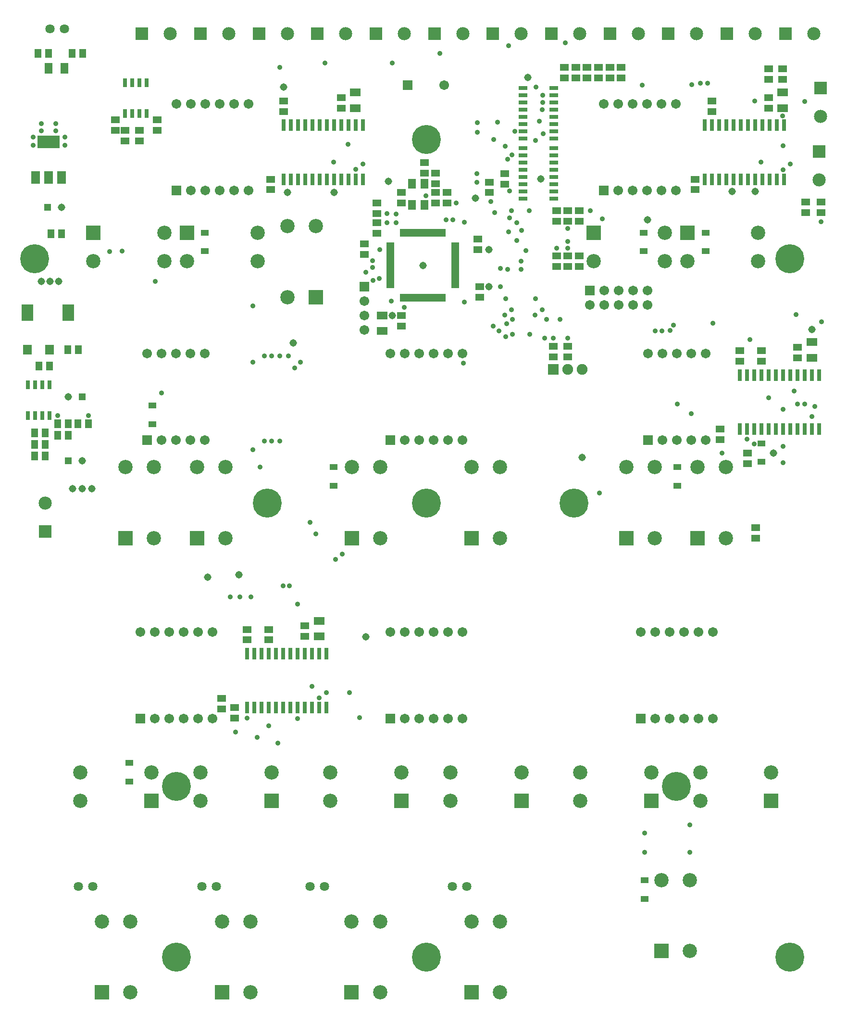
<source format=gbs>
G04*
G04 #@! TF.GenerationSoftware,Altium Limited,Altium Designer,20.0.10 (225)*
G04*
G04 Layer_Color=16711935*
%FSLAX44Y44*%
%MOMM*%
G71*
G01*
G75*
%ADD15R,1.3100X1.3100*%
%ADD16C,1.3100*%
%ADD17C,5.1100*%
%ADD18C,0.9100*%
%ADD19R,2.3100X2.3100*%
%ADD20C,2.3100*%
%ADD21R,2.5100X2.5100*%
%ADD22C,2.5100*%
%ADD23C,1.6340*%
%ADD24R,2.3100X2.3100*%
%ADD25R,1.9100X1.9100*%
%ADD26C,1.9100*%
%ADD27R,2.5100X2.5100*%
%ADD28C,1.7100*%
%ADD29R,1.7100X1.7100*%
%ADD30R,1.7100X1.7100*%
%ADD69R,1.1600X1.5100*%
%ADD70R,1.5100X1.1600*%
%ADD71R,0.7100X2.0100*%
%ADD72R,1.8600X1.3600*%
%ADD73R,1.3300X1.0200*%
%ADD74R,1.5600X1.7600*%
%ADD75R,1.5600X0.7100*%
%ADD76R,0.7100X1.5600*%
%ADD77R,1.3600X1.8600*%
%ADD78R,3.9100X2.2600*%
%ADD79R,1.6100X2.2600*%
%ADD80R,1.4000X0.5000*%
%ADD81R,0.5000X1.4000*%
%ADD82R,1.3600X1.7100*%
%ADD83R,0.7100X1.6100*%
%ADD84R,2.1100X2.9100*%
D15*
X62500Y1490525D02*
D03*
X99000Y1044650D02*
D03*
X124000Y1157363D02*
D03*
D16*
X87500Y1490525D02*
D03*
X124000Y1044650D02*
D03*
X99000Y1157363D02*
D03*
X124000Y995000D02*
D03*
X141000D02*
D03*
X107000D02*
D03*
X908237Y1719263D02*
D03*
X478050Y1702000D02*
D03*
X1004374Y1050000D02*
D03*
X1408675Y1276000D02*
D03*
X816000Y1507000D02*
D03*
X623000Y735000D02*
D03*
X82143Y1360019D02*
D03*
X52000Y1360000D02*
D03*
X67071Y1360010D02*
D03*
X400000Y844000D02*
D03*
X1309050Y1519000D02*
D03*
X344412Y839712D02*
D03*
X1341375Y1057750D02*
D03*
X1119000Y1469000D02*
D03*
X485000Y1517000D02*
D03*
X663000Y1536000D02*
D03*
X931000Y1541000D02*
D03*
X1268000Y1519000D02*
D03*
X566950Y1517000D02*
D03*
X495072Y1252000D02*
D03*
X670000Y1300262D02*
D03*
X839788Y1416050D02*
D03*
Y1351062D02*
D03*
X723784Y1388572D02*
D03*
D17*
X730000Y1610000D02*
D03*
X1370000Y1400000D02*
D03*
X40000D02*
D03*
X990000Y970000D02*
D03*
X450000D02*
D03*
X730000D02*
D03*
X1170000Y471000D02*
D03*
X290000D02*
D03*
X1370000Y171000D02*
D03*
X730000D02*
D03*
X290000D02*
D03*
D18*
X660100Y1479812D02*
D03*
Y1463313D02*
D03*
X437000Y1033498D02*
D03*
X979000Y1453000D02*
D03*
X959000Y1418802D02*
D03*
X979000Y1430864D02*
D03*
X1234919Y1287000D02*
D03*
X897789Y1450040D02*
D03*
X889476Y1463278D02*
D03*
X670000Y1745000D02*
D03*
X1425000Y1465000D02*
D03*
X1396000Y1677000D02*
D03*
X975000Y1780000D02*
D03*
X875000Y1775000D02*
D03*
X753408Y1761935D02*
D03*
X551000Y1745000D02*
D03*
X471750Y1737250D02*
D03*
X1035000Y987326D02*
D03*
X1300000Y1258000D02*
D03*
X1159000Y1274000D02*
D03*
X1165505Y1283038D02*
D03*
X1132853Y1272694D02*
D03*
X1145169Y1273366D02*
D03*
X1409100Y1122363D02*
D03*
X1414000Y1140000D02*
D03*
X1358000Y1070000D02*
D03*
X489000Y824000D02*
D03*
X876000Y1519729D02*
D03*
X819000Y1535000D02*
D03*
Y1550000D02*
D03*
X676275Y1463313D02*
D03*
X648000Y1416000D02*
D03*
X728967Y1511125D02*
D03*
X635000Y1397000D02*
D03*
Y1385000D02*
D03*
X646999Y1365499D02*
D03*
X636000Y1362000D02*
D03*
X911000Y1485000D02*
D03*
X880015D02*
D03*
X843026Y1500886D02*
D03*
X848080Y1609725D02*
D03*
X819958Y1622958D02*
D03*
X676275Y1478759D02*
D03*
X876619Y1471676D02*
D03*
X849975Y1481165D02*
D03*
X764794Y1468400D02*
D03*
X875048Y1447274D02*
D03*
X797052Y1464056D02*
D03*
X776478Y1468400D02*
D03*
X782000Y1498562D02*
D03*
X888860Y1432350D02*
D03*
X912000Y1267460D02*
D03*
X881460D02*
D03*
Y1293460D02*
D03*
X795000Y1216540D02*
D03*
X870000Y1263000D02*
D03*
X871686Y1285379D02*
D03*
X860000Y1351062D02*
D03*
X858000Y1273000D02*
D03*
X941540Y1293460D02*
D03*
X938000Y1260000D02*
D03*
X896937Y1381125D02*
D03*
X870000Y1330000D02*
D03*
X868000Y1301000D02*
D03*
X424000Y1218053D02*
D03*
X508000D02*
D03*
X498000Y1208000D02*
D03*
X525080Y936000D02*
D03*
X487001Y1228725D02*
D03*
X468312Y547687D02*
D03*
X612460Y592540D02*
D03*
X1319212Y1570038D02*
D03*
X1225550Y1709380D02*
D03*
X424000Y1317000D02*
D03*
X623063Y1376062D02*
D03*
X444500Y1228725D02*
D03*
Y1079500D02*
D03*
X424000Y1064230D02*
D03*
X477999Y824000D02*
D03*
X431800Y557212D02*
D03*
X935262Y1620613D02*
D03*
X605050Y1557337D02*
D03*
X1381284Y1302191D02*
D03*
X1425575Y1289050D02*
D03*
X922337Y1608138D02*
D03*
X885825Y1624012D02*
D03*
X922582Y1702352D02*
D03*
X929091Y1641812D02*
D03*
X1370437Y1566438D02*
D03*
X1357450Y1651481D02*
D03*
X935125Y1688125D02*
D03*
X1308100Y1677713D02*
D03*
X420687Y804863D02*
D03*
X1294800Y1082675D02*
D03*
X1358300Y1135062D02*
D03*
X1307500Y1073998D02*
D03*
X1251000Y1058000D02*
D03*
X172300Y1412700D02*
D03*
X194000Y1414000D02*
D03*
X252050Y1360000D02*
D03*
X503220Y792162D02*
D03*
X1040000Y1470000D02*
D03*
X1358300Y1041000D02*
D03*
X1333000Y1155000D02*
D03*
X1171575Y1144460D02*
D03*
X414000Y591500D02*
D03*
X503220Y591000D02*
D03*
X1110000Y1706000D02*
D03*
X881000Y1583000D02*
D03*
X868920Y1598000D02*
D03*
X855265Y1640735D02*
D03*
X820000Y1640000D02*
D03*
X797000Y1324000D02*
D03*
X965000Y1293000D02*
D03*
X393700Y566738D02*
D03*
X1019000Y1484500D02*
D03*
X1358246Y1598754D02*
D03*
X1357864Y1556786D02*
D03*
X979000Y1260000D02*
D03*
X668000Y1325562D02*
D03*
X953200Y1260000D02*
D03*
X848000Y1281460D02*
D03*
X570000Y871000D02*
D03*
X582000Y880000D02*
D03*
X535000Y915758D02*
D03*
X921000Y1301000D02*
D03*
X880000Y1310000D02*
D03*
X934000D02*
D03*
X873000Y1575000D02*
D03*
X860335Y1383347D02*
D03*
X873000Y1381134D02*
D03*
X934275Y1662725D02*
D03*
X1212850Y1709380D02*
D03*
X934575Y1675425D02*
D03*
X979000Y1419000D02*
D03*
X896937Y1395887D02*
D03*
X904798Y1414462D02*
D03*
X922000Y1330000D02*
D03*
X594620Y636375D02*
D03*
X691212Y1314450D02*
D03*
X471488Y1228725D02*
D03*
Y1079500D02*
D03*
X457200D02*
D03*
Y1228725D02*
D03*
X384175Y804863D02*
D03*
X401637D02*
D03*
X1196975Y1706562D02*
D03*
X617750Y1566438D02*
D03*
X1114425Y388937D02*
D03*
Y355293D02*
D03*
X1194107Y403225D02*
D03*
Y355293D02*
D03*
X263525Y1163637D02*
D03*
X1396400Y1144587D02*
D03*
X1196250Y1127125D02*
D03*
X553435Y636375D02*
D03*
X452420Y577850D02*
D03*
X528620Y647700D02*
D03*
X541320Y626850D02*
D03*
X1377950Y1166813D02*
D03*
X566525Y1570038D02*
D03*
X1383700Y1144587D02*
D03*
X591925Y1601788D02*
D03*
X77200Y1638163D02*
D03*
X51800D02*
D03*
X77200Y1625462D02*
D03*
X51800D02*
D03*
X37513Y1600063D02*
D03*
Y1614350D02*
D03*
X93075D02*
D03*
Y1600063D02*
D03*
X134400Y1124025D02*
D03*
X80500D02*
D03*
D19*
X1424000Y1701000D02*
D03*
X1422000Y1589000D02*
D03*
X58200Y920000D02*
D03*
D20*
X1424000Y1651000D02*
D03*
X1422000Y1539000D02*
D03*
X1412000Y1796000D02*
D03*
X1309000D02*
D03*
X1206000D02*
D03*
X1103000D02*
D03*
X1000000D02*
D03*
X897000D02*
D03*
X794000D02*
D03*
X691000D02*
D03*
X588000D02*
D03*
X485000D02*
D03*
X382000Y1796000D02*
D03*
X279000D02*
D03*
X58200Y970000D02*
D03*
D21*
X245731Y445998D02*
D03*
X1337270D02*
D03*
X457271D02*
D03*
X143519Y1445997D02*
D03*
X308128Y1445997D02*
D03*
X1189481Y1445997D02*
D03*
X1024872Y1445997D02*
D03*
X685731Y445998D02*
D03*
X897270D02*
D03*
X1125730D02*
D03*
D22*
X120731D02*
D03*
X245731Y495998D02*
D03*
X120731D02*
D03*
X485000Y1457500D02*
D03*
Y1332500D02*
D03*
X535000Y1457500D02*
D03*
X1212270Y445998D02*
D03*
X1337270Y495998D02*
D03*
X1212270D02*
D03*
X208232Y233498D02*
D03*
Y108498D02*
D03*
X158232Y233498D02*
D03*
X419772D02*
D03*
Y108498D02*
D03*
X369772Y233498D02*
D03*
X648231D02*
D03*
Y108498D02*
D03*
X598231Y233498D02*
D03*
X859771D02*
D03*
Y108498D02*
D03*
X809771Y233498D02*
D03*
X1144107Y306312D02*
D03*
X1194107Y181312D02*
D03*
Y306312D02*
D03*
X1207745Y1033498D02*
D03*
X1257745Y908498D02*
D03*
Y1033498D02*
D03*
X332271Y495998D02*
D03*
X457271D02*
D03*
X332271Y445998D02*
D03*
X1082206Y1033498D02*
D03*
X1132206Y908498D02*
D03*
Y1033498D02*
D03*
X268519Y1445997D02*
D03*
X143519Y1395997D02*
D03*
X268519D02*
D03*
X433128Y1445997D02*
D03*
X308128Y1395997D02*
D03*
X433128D02*
D03*
X1314481Y1445997D02*
D03*
X1189481Y1395997D02*
D03*
X1314481D02*
D03*
X1149872Y1445997D02*
D03*
X1024872Y1395997D02*
D03*
X1149872D02*
D03*
X250255Y1033498D02*
D03*
Y908498D02*
D03*
X200255Y1033498D02*
D03*
X375793D02*
D03*
Y908498D02*
D03*
X325793Y1033498D02*
D03*
X648780D02*
D03*
Y908498D02*
D03*
X598780Y1033498D02*
D03*
X859770D02*
D03*
Y908498D02*
D03*
X809770Y1033498D02*
D03*
X560731Y445998D02*
D03*
X685731Y495998D02*
D03*
X560731D02*
D03*
X772270Y445998D02*
D03*
X897270Y495998D02*
D03*
X772270D02*
D03*
X1000730Y445998D02*
D03*
X1125730Y495998D02*
D03*
X1000730D02*
D03*
D23*
X92000Y1804850D02*
D03*
X66600D02*
D03*
X801140Y295368D02*
D03*
X775740D02*
D03*
X142346Y295368D02*
D03*
X116946D02*
D03*
X360298Y295368D02*
D03*
X334898D02*
D03*
X550191Y295368D02*
D03*
X524791D02*
D03*
D24*
X1362000Y1796000D02*
D03*
X1259000D02*
D03*
X1156000D02*
D03*
X1053000D02*
D03*
X950000D02*
D03*
X847000D02*
D03*
X744000D02*
D03*
X641000D02*
D03*
X538000D02*
D03*
X435000D02*
D03*
X332000Y1796000D02*
D03*
X229000D02*
D03*
D25*
X953200Y1205000D02*
D03*
D26*
X978600D02*
D03*
X1004000D02*
D03*
D27*
X535000Y1332500D02*
D03*
X158232Y108498D02*
D03*
X369772D02*
D03*
X598231D02*
D03*
X809771D02*
D03*
X1144107Y181312D02*
D03*
X1207745Y908498D02*
D03*
X1082206D02*
D03*
X200255D02*
D03*
X325793D02*
D03*
X598780D02*
D03*
X809770D02*
D03*
D28*
X620713Y1274762D02*
D03*
Y1300163D02*
D03*
Y1325562D02*
D03*
X1119200Y1319000D02*
D03*
Y1344400D02*
D03*
X1043000D02*
D03*
X1068400D02*
D03*
X1093800D02*
D03*
Y1319000D02*
D03*
X1068400D02*
D03*
X1017600D02*
D03*
X1043000D02*
D03*
X761500Y1706000D02*
D03*
X1169587Y1673013D02*
D03*
X1144187D02*
D03*
X1118788D02*
D03*
X1093388D02*
D03*
X1067988D02*
D03*
X1042588D02*
D03*
X1169587Y1520612D02*
D03*
X1144187D02*
D03*
X1118788D02*
D03*
X1093388D02*
D03*
X1067988D02*
D03*
X263525Y1081087D02*
D03*
X288925D02*
D03*
X314325D02*
D03*
X339725D02*
D03*
Y1233487D02*
D03*
X238125D02*
D03*
X263525D02*
D03*
X288925D02*
D03*
X314325D02*
D03*
X793000Y742950D02*
D03*
X767600D02*
D03*
X742200D02*
D03*
X716800D02*
D03*
X691400D02*
D03*
X666000D02*
D03*
X793000Y590550D02*
D03*
X767600D02*
D03*
X742200D02*
D03*
X716800D02*
D03*
X691400D02*
D03*
X416900Y1673013D02*
D03*
X391500D02*
D03*
X366100D02*
D03*
X340700D02*
D03*
X315300D02*
D03*
X289900D02*
D03*
X416900Y1520612D02*
D03*
X391500D02*
D03*
X366100D02*
D03*
X340700D02*
D03*
X315300D02*
D03*
X691400Y1081087D02*
D03*
X716800D02*
D03*
X742200D02*
D03*
X767600D02*
D03*
X793000D02*
D03*
X666000Y1233487D02*
D03*
X691400D02*
D03*
X716800D02*
D03*
X742200D02*
D03*
X767600D02*
D03*
X793000D02*
D03*
X353170Y742950D02*
D03*
X327770D02*
D03*
X302370D02*
D03*
X276970D02*
D03*
X251570D02*
D03*
X226170D02*
D03*
X353170Y590550D02*
D03*
X327770D02*
D03*
X302370D02*
D03*
X276970D02*
D03*
X251570D02*
D03*
X1145450Y1080612D02*
D03*
X1170850D02*
D03*
X1196250D02*
D03*
X1221650D02*
D03*
Y1233012D02*
D03*
X1120050D02*
D03*
X1145450D02*
D03*
X1170850D02*
D03*
X1196250D02*
D03*
X1234540Y742950D02*
D03*
X1209140D02*
D03*
X1183740D02*
D03*
X1158340D02*
D03*
X1132940D02*
D03*
X1107540D02*
D03*
X1234540Y590550D02*
D03*
X1209140D02*
D03*
X1183740D02*
D03*
X1158340D02*
D03*
X1132940D02*
D03*
D29*
X620713Y1350963D02*
D03*
D30*
X1017600Y1344400D02*
D03*
X696500Y1706000D02*
D03*
X1042588Y1520612D02*
D03*
X238125Y1081087D02*
D03*
X666000Y590550D02*
D03*
X289900Y1520612D02*
D03*
X666000Y1081087D02*
D03*
X226170Y590550D02*
D03*
X1120050Y1080612D02*
D03*
X1107540Y590550D02*
D03*
D69*
X69000Y1444487D02*
D03*
X87500D02*
D03*
X117212Y1239912D02*
D03*
X98713D02*
D03*
X66412Y1211338D02*
D03*
X47912D02*
D03*
X124550Y1761987D02*
D03*
X106050D02*
D03*
X80500Y1089100D02*
D03*
X99000D02*
D03*
X39700Y1093863D02*
D03*
X58200D02*
D03*
X99000Y1109737D02*
D03*
X80500D02*
D03*
X115900D02*
D03*
X134400D02*
D03*
X39700Y1052588D02*
D03*
X58200D02*
D03*
X39700Y1073225D02*
D03*
X58200D02*
D03*
X64500Y1761987D02*
D03*
X46000D02*
D03*
D70*
X686212Y1498562D02*
D03*
Y1517063D02*
D03*
X256000Y1626250D02*
D03*
Y1644750D02*
D03*
X182000Y1626250D02*
D03*
Y1644750D02*
D03*
X868000Y1531500D02*
D03*
Y1550000D02*
D03*
X841000Y1516500D02*
D03*
Y1535000D02*
D03*
X726663Y1550688D02*
D03*
Y1569187D02*
D03*
X1383700Y1244238D02*
D03*
Y1225738D02*
D03*
X959000Y1484500D02*
D03*
Y1466000D02*
D03*
X746212Y1498562D02*
D03*
Y1517063D02*
D03*
X642638Y1479812D02*
D03*
Y1498313D02*
D03*
X620412Y1426062D02*
D03*
Y1407563D02*
D03*
X642638Y1463313D02*
D03*
Y1444812D02*
D03*
X369242Y626000D02*
D03*
Y607500D02*
D03*
X973000Y1718750D02*
D03*
Y1737250D02*
D03*
X993000Y1718750D02*
D03*
Y1737250D02*
D03*
X1013000Y1718750D02*
D03*
Y1737250D02*
D03*
X1033000Y1718750D02*
D03*
Y1737250D02*
D03*
X1053000Y1718750D02*
D03*
Y1737250D02*
D03*
X1073000Y1718750D02*
D03*
Y1737250D02*
D03*
X1398000Y1500250D02*
D03*
Y1481750D02*
D03*
X1425000D02*
D03*
Y1500250D02*
D03*
X1332337Y1734250D02*
D03*
Y1715750D02*
D03*
X1357312D02*
D03*
Y1734250D02*
D03*
X1310000Y908000D02*
D03*
Y926500D02*
D03*
X1295400Y1039250D02*
D03*
Y1057750D02*
D03*
X766462Y1517063D02*
D03*
Y1498562D02*
D03*
X823612Y1332563D02*
D03*
Y1351062D02*
D03*
X686212Y1281763D02*
D03*
Y1300262D02*
D03*
X820437Y1416062D02*
D03*
Y1434563D02*
D03*
X746212Y1550688D02*
D03*
Y1532188D02*
D03*
X579650Y1665287D02*
D03*
Y1683788D02*
D03*
X455400Y1540063D02*
D03*
Y1521562D02*
D03*
X1203000D02*
D03*
Y1540063D02*
D03*
X478050Y1677713D02*
D03*
Y1659212D02*
D03*
X1232850Y1677713D02*
D03*
Y1659212D02*
D03*
X391670Y610000D02*
D03*
Y591500D02*
D03*
X1247000Y1100512D02*
D03*
Y1082012D02*
D03*
X452420Y747650D02*
D03*
Y729150D02*
D03*
X1320200Y1238163D02*
D03*
Y1219662D02*
D03*
X414320Y747650D02*
D03*
Y729150D02*
D03*
X515876Y735269D02*
D03*
Y753769D02*
D03*
X1282100Y1238163D02*
D03*
Y1219662D02*
D03*
X1332337Y1683788D02*
D03*
Y1665287D02*
D03*
X953200Y1246250D02*
D03*
Y1227750D02*
D03*
X999000Y1405000D02*
D03*
Y1386500D02*
D03*
X978600Y1246250D02*
D03*
Y1227750D02*
D03*
X979000Y1405000D02*
D03*
Y1386500D02*
D03*
X959000Y1405000D02*
D03*
Y1386500D02*
D03*
X999000Y1484500D02*
D03*
Y1466000D02*
D03*
X979000Y1484500D02*
D03*
Y1466000D02*
D03*
X224350Y1626250D02*
D03*
Y1607750D02*
D03*
X198950Y1626250D02*
D03*
Y1607750D02*
D03*
D71*
X414320Y705000D02*
D03*
X427020D02*
D03*
X439720D02*
D03*
X452420D02*
D03*
X465120D02*
D03*
X477820D02*
D03*
X490520D02*
D03*
X503220D02*
D03*
X515920D02*
D03*
X528620D02*
D03*
X541320D02*
D03*
X554020D02*
D03*
X414320Y610000D02*
D03*
X427020D02*
D03*
X439720D02*
D03*
X452420D02*
D03*
X465120D02*
D03*
X477820D02*
D03*
X490520D02*
D03*
X503220D02*
D03*
X515920D02*
D03*
X528620D02*
D03*
X541320D02*
D03*
X554020D02*
D03*
X478050Y1635063D02*
D03*
X490750D02*
D03*
X503450D02*
D03*
X516150D02*
D03*
X528850D02*
D03*
X541550D02*
D03*
X554250D02*
D03*
X566950D02*
D03*
X579650D02*
D03*
X592350D02*
D03*
X605050D02*
D03*
X617750D02*
D03*
X478050Y1540063D02*
D03*
X490750D02*
D03*
X503450D02*
D03*
X516150D02*
D03*
X528850D02*
D03*
X541550D02*
D03*
X554250D02*
D03*
X566950D02*
D03*
X579650D02*
D03*
X592350D02*
D03*
X605050D02*
D03*
X617750D02*
D03*
X1220150Y1635063D02*
D03*
X1232850D02*
D03*
X1245550D02*
D03*
X1258250D02*
D03*
X1270950D02*
D03*
X1283650D02*
D03*
X1296350D02*
D03*
X1309050D02*
D03*
X1321750D02*
D03*
X1334450D02*
D03*
X1347150D02*
D03*
X1359850D02*
D03*
X1220150Y1540063D02*
D03*
X1232850D02*
D03*
X1245550D02*
D03*
X1258250D02*
D03*
X1270950D02*
D03*
X1283650D02*
D03*
X1296350D02*
D03*
X1309050D02*
D03*
X1321750D02*
D03*
X1334450D02*
D03*
X1347150D02*
D03*
X1359850D02*
D03*
X1282100Y1195512D02*
D03*
X1294800D02*
D03*
X1307500D02*
D03*
X1320200D02*
D03*
X1332900D02*
D03*
X1345600D02*
D03*
X1358300D02*
D03*
X1371000D02*
D03*
X1383700D02*
D03*
X1396400D02*
D03*
X1409100D02*
D03*
X1421800D02*
D03*
X1282100Y1100512D02*
D03*
X1294800D02*
D03*
X1307500D02*
D03*
X1320200D02*
D03*
X1332900D02*
D03*
X1345600D02*
D03*
X1358300D02*
D03*
X1371000D02*
D03*
X1383700D02*
D03*
X1396400D02*
D03*
X1409100D02*
D03*
X1421800D02*
D03*
D72*
X1408675Y1253238D02*
D03*
Y1225738D02*
D03*
X652162Y1272763D02*
D03*
Y1300262D02*
D03*
X604625Y1665287D02*
D03*
Y1692787D02*
D03*
X1357312Y1665287D02*
D03*
Y1692787D02*
D03*
X540895Y735225D02*
D03*
Y762725D02*
D03*
D73*
X1320200Y1075263D02*
D03*
Y1042462D02*
D03*
X207000Y479598D02*
D03*
Y512398D02*
D03*
X247650Y1141937D02*
D03*
Y1109137D02*
D03*
X339725Y1445997D02*
D03*
Y1413197D02*
D03*
X1221650Y1445997D02*
D03*
Y1413197D02*
D03*
X1112838Y1445997D02*
D03*
Y1413197D02*
D03*
X1114425Y273512D02*
D03*
Y306312D02*
D03*
X1171575Y1000698D02*
D03*
Y1033498D02*
D03*
X566737Y1000698D02*
D03*
Y1033498D02*
D03*
D74*
X26913Y1239912D02*
D03*
X66413D02*
D03*
D75*
X954350Y1594462D02*
D03*
Y1581763D02*
D03*
Y1569062D02*
D03*
Y1556362D02*
D03*
Y1543663D02*
D03*
Y1530963D02*
D03*
Y1518262D02*
D03*
Y1505562D02*
D03*
X899850Y1594462D02*
D03*
Y1581763D02*
D03*
Y1569062D02*
D03*
Y1556362D02*
D03*
Y1543663D02*
D03*
Y1530963D02*
D03*
Y1518262D02*
D03*
Y1505562D02*
D03*
X954350Y1700825D02*
D03*
Y1688125D02*
D03*
Y1675425D02*
D03*
Y1662725D02*
D03*
Y1650025D02*
D03*
Y1637325D02*
D03*
Y1624625D02*
D03*
Y1611925D02*
D03*
X899850Y1700825D02*
D03*
Y1688125D02*
D03*
Y1675425D02*
D03*
Y1662725D02*
D03*
Y1650025D02*
D03*
Y1637325D02*
D03*
Y1624625D02*
D03*
Y1611925D02*
D03*
D76*
X237050Y1655750D02*
D03*
X224350D02*
D03*
X211650D02*
D03*
X198950D02*
D03*
X237050Y1710250D02*
D03*
X224350D02*
D03*
X211650D02*
D03*
X198950D02*
D03*
D77*
X92000Y1735000D02*
D03*
X64500D02*
D03*
D78*
X64500Y1606163D02*
D03*
D79*
X41500Y1543163D02*
D03*
X64500D02*
D03*
X87500D02*
D03*
D80*
X666713Y1426062D02*
D03*
Y1421062D02*
D03*
Y1416062D02*
D03*
Y1411062D02*
D03*
Y1406062D02*
D03*
Y1401062D02*
D03*
Y1396062D02*
D03*
Y1391062D02*
D03*
Y1386062D02*
D03*
Y1381062D02*
D03*
Y1376062D02*
D03*
Y1371062D02*
D03*
Y1366062D02*
D03*
Y1361062D02*
D03*
Y1356062D02*
D03*
Y1351062D02*
D03*
X780713D02*
D03*
Y1356062D02*
D03*
Y1361062D02*
D03*
Y1366062D02*
D03*
Y1371062D02*
D03*
Y1376062D02*
D03*
Y1381062D02*
D03*
Y1386062D02*
D03*
Y1391062D02*
D03*
Y1396062D02*
D03*
Y1401062D02*
D03*
Y1406062D02*
D03*
Y1411062D02*
D03*
Y1416062D02*
D03*
Y1421062D02*
D03*
Y1426062D02*
D03*
D81*
X686213Y1331562D02*
D03*
X691213D02*
D03*
X696213D02*
D03*
X701213D02*
D03*
X706213D02*
D03*
X711213D02*
D03*
X716213D02*
D03*
X721213D02*
D03*
X726213D02*
D03*
X731213D02*
D03*
X736213D02*
D03*
X741213D02*
D03*
X746213D02*
D03*
X751213D02*
D03*
X756213D02*
D03*
X761213D02*
D03*
Y1445562D02*
D03*
X756213D02*
D03*
X751213D02*
D03*
X746213D02*
D03*
X741213D02*
D03*
X736213D02*
D03*
X731213D02*
D03*
X726213D02*
D03*
X721213D02*
D03*
X716213D02*
D03*
X711213D02*
D03*
X706213D02*
D03*
X701213D02*
D03*
X696213D02*
D03*
X691213D02*
D03*
X686213D02*
D03*
D82*
X726662Y1532188D02*
D03*
X704662D02*
D03*
X726662Y1495188D02*
D03*
X704662D02*
D03*
D83*
X66413Y1124013D02*
D03*
X53713D02*
D03*
X41013D02*
D03*
X28313D02*
D03*
X66413Y1178012D02*
D03*
X53713D02*
D03*
X41013D02*
D03*
X28313D02*
D03*
D84*
X99000Y1305000D02*
D03*
X27000D02*
D03*
M02*

</source>
